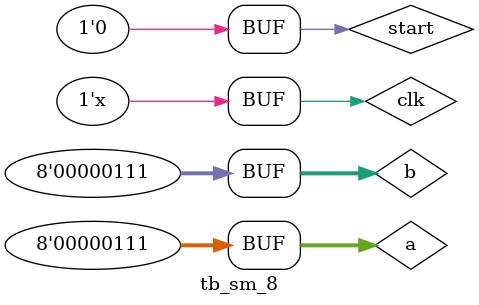
<source format=v>
`timescale 1ns / 1ps

// Testbench.
module tb_sm_8();
    reg [7:0]a;
    reg [7:0]b;
    reg start;
    reg clk;
    
    wire [15:0]m;
    wire d;
    wire ready;
    
    sm_8 sm_8_0(a, b, start, clk, m, d, ready);
    
    // Emulate clock.
    initial clk = 1'b0;
    always #5 clk = ~clk;
    
    initial begin
        $monitor("a=%2d, b=%2d, m=%8b %8b %1b (%5d)", a, b, m[15:8], m[7:0], d, m);
        a = 8'd7;
        b = 8'd7;
        start = 1'b0;
        #20;
        
        start = 1'b1;
        #20;
        
        start = 1'b0;
        #400;
    end
endmodule
</source>
